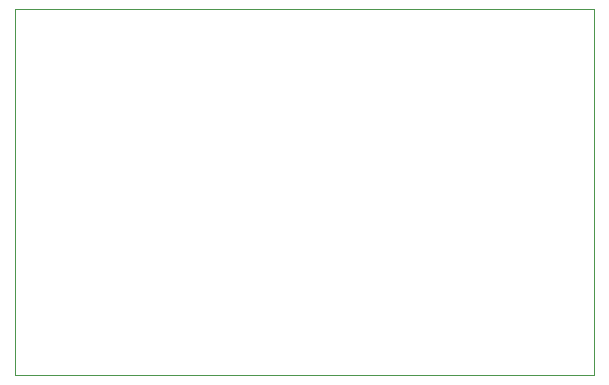
<source format=gm1>
G04 #@! TF.GenerationSoftware,KiCad,Pcbnew,7.0.10*
G04 #@! TF.CreationDate,2025-02-21T18:10:01-05:00*
G04 #@! TF.ProjectId,sol pcb,736f6c20-7063-4622-9e6b-696361645f70,rev?*
G04 #@! TF.SameCoordinates,Original*
G04 #@! TF.FileFunction,Profile,NP*
%FSLAX46Y46*%
G04 Gerber Fmt 4.6, Leading zero omitted, Abs format (unit mm)*
G04 Created by KiCad (PCBNEW 7.0.10) date 2025-02-21 18:10:01*
%MOMM*%
%LPD*%
G01*
G04 APERTURE LIST*
G04 #@! TA.AperFunction,Profile*
%ADD10C,0.100000*%
G04 #@! TD*
G04 APERTURE END LIST*
D10*
X129032000Y-40894000D02*
X178054000Y-40894000D01*
X178054000Y-71882000D01*
X129032000Y-71882000D01*
X129032000Y-40894000D01*
M02*

</source>
